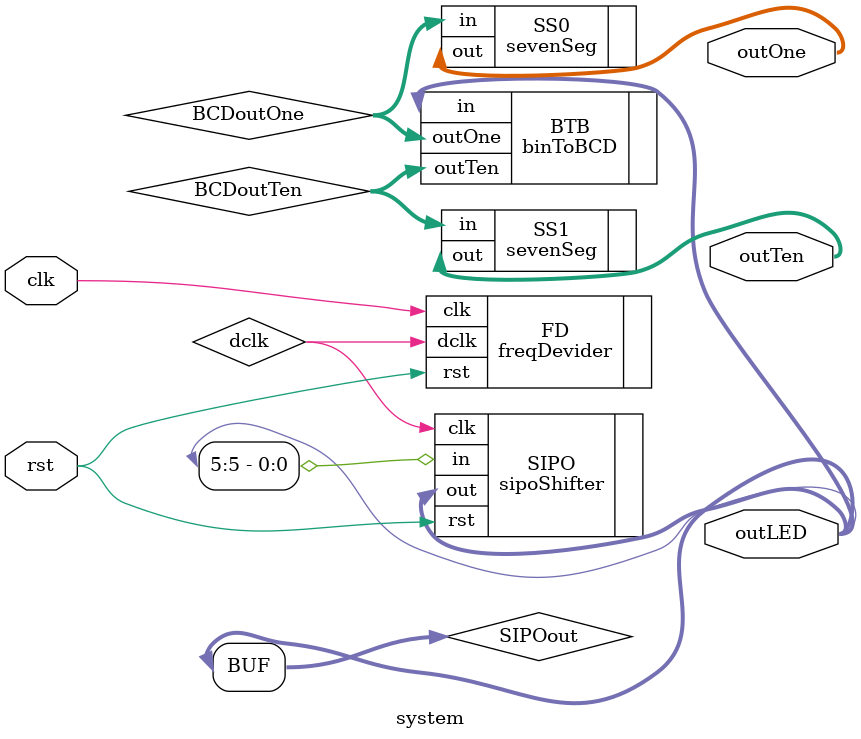
<source format=v>
module system(clk, rst, outLED, outOne, outTen);
	input clk, rst;
	
	output [5:0]outLED;
	output [6:0]outOne, outTen;
	
	wire dclk;
	wire [5:0]SIPOout;
	wire [3:0]BCDoutTen, BCDoutOne;
	wire [6:0]SSOne, SSTen;
	
	freqDevider FD(.clk(clk), .rst(rst), .dclk(dclk));
	sipoShifter SIPO(.clk(dclk), .rst(rst), .in(outLED[5]), .out(outLED));	
	binToBCD BTB(.in(SIPOout), .outOne(BCDoutOne), .outTen(BCDoutTen));
	sevenSeg SS0(.in(BCDoutOne), .out(outOne));
	sevenSeg SS1(.in(BCDoutTen), .out(outTen));
	
	assign SIPOout=outLED;
	
endmodule
</source>
